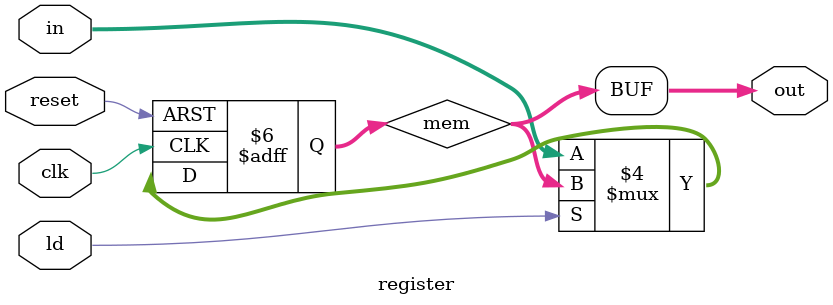
<source format=sv>
module register(
  input var clk,
  input var reset,
  input var [3:0] in,
  input var ld,
  output var [3:0] out
);

  parameter DEFAULT = 4'b0000;

  logic [3:0] mem = DEFAULT;

  always_ff @(posedge clk or posedge reset) begin
    if (reset) begin
      mem <= DEFAULT;
    end 
    else if(ld == 0) begin
      mem <= in;
    end
  end

  assign out = mem;
endmodule
</source>
